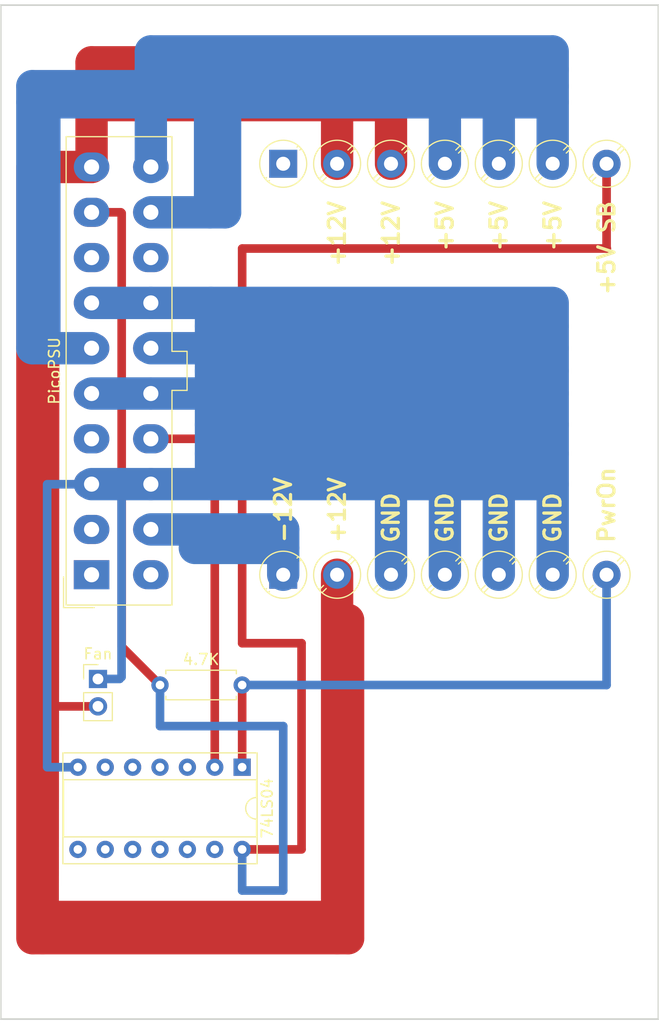
<source format=kicad_pcb>
(kicad_pcb (version 20171130) (host pcbnew "(5.0.0-3-g5ebb6b6)")

  (general
    (thickness 1.6)
    (drawings 17)
    (tracks 95)
    (zones 0)
    (modules 10)
    (nets 1)
  )

  (page A4)
  (layers
    (0 F.Cu signal)
    (31 B.Cu signal)
    (32 B.Adhes user)
    (33 F.Adhes user)
    (34 B.Paste user)
    (35 F.Paste user)
    (36 B.SilkS user)
    (37 F.SilkS user)
    (38 B.Mask user)
    (39 F.Mask user)
    (40 Dwgs.User user)
    (41 Cmts.User user)
    (42 Eco1.User user)
    (43 Eco2.User user)
    (44 Edge.Cuts user)
    (45 Margin user)
    (46 B.CrtYd user)
    (47 F.CrtYd user)
    (48 B.Fab user)
    (49 F.Fab user)
  )

  (setup
    (last_trace_width 0.25)
    (trace_clearance 0.2)
    (zone_clearance 0.508)
    (zone_45_only no)
    (trace_min 0.2)
    (segment_width 0.2)
    (edge_width 0.15)
    (via_size 0.8)
    (via_drill 0.4)
    (via_min_size 0.4)
    (via_min_drill 0.3)
    (uvia_size 0.3)
    (uvia_drill 0.1)
    (uvias_allowed no)
    (uvia_min_size 0.2)
    (uvia_min_drill 0.1)
    (pcb_text_width 0.3)
    (pcb_text_size 1.5 1.5)
    (mod_edge_width 0.15)
    (mod_text_size 1 1)
    (mod_text_width 0.15)
    (pad_size 1.524 1.524)
    (pad_drill 0.762)
    (pad_to_mask_clearance 0.2)
    (aux_axis_origin 0 0)
    (visible_elements FFFFFF7F)
    (pcbplotparams
      (layerselection 0x010ec_ffffffff)
      (usegerberextensions true)
      (usegerberattributes false)
      (usegerberadvancedattributes false)
      (creategerberjobfile false)
      (excludeedgelayer true)
      (linewidth 0.150000)
      (plotframeref false)
      (viasonmask false)
      (mode 1)
      (useauxorigin false)
      (hpglpennumber 1)
      (hpglpenspeed 20)
      (hpglpendiameter 15.000000)
      (psnegative false)
      (psa4output false)
      (plotreference true)
      (plotvalue true)
      (plotinvisibletext false)
      (padsonsilk false)
      (subtractmaskfromsilk false)
      (outputformat 1)
      (mirror false)
      (drillshape 0)
      (scaleselection 1)
      (outputdirectory "../Desktop/untitled folder/"))
  )

  (net 0 "")

  (net_class Default "This is the default net class."
    (clearance 0.2)
    (trace_width 0.25)
    (via_dia 0.8)
    (via_drill 0.4)
    (uvia_dia 0.3)
    (uvia_drill 0.1)
  )

  (module MountingHole:MountingHole_2.7mm (layer F.Cu) (tedit 5BB664A1) (tstamp 5BC28AE0)
    (at 54 52.5)
    (descr "Mounting Hole 2.7mm, no annular")
    (tags "mounting hole 2.7mm no annular")
    (attr virtual)
    (fp_text reference REF** (at 0 -3.7) (layer F.SilkS) hide
      (effects (font (size 1 1) (thickness 0.15)))
    )
    (fp_text value MountingHole_2.7mm (at 0 3.7) (layer F.Fab) hide
      (effects (font (size 1 1) (thickness 0.15)))
    )
    (fp_text user %R (at 0.3 0) (layer F.Fab) hide
      (effects (font (size 1 1) (thickness 0.15)))
    )
    (fp_circle (center 0 0) (end 2.7 0) (layer Cmts.User) (width 0.15))
    (fp_circle (center 0 0) (end 2.95 0) (layer F.CrtYd) (width 0.05))
    (pad 1 np_thru_hole circle (at 0 0) (size 2.7 2.7) (drill 2.7) (layers *.Cu *.Mask))
  )

  (module MountingHole:MountingHole_2.7mm (layer F.Cu) (tedit 5BB664A1) (tstamp 5BC28A7D)
    (at 54 141.5)
    (descr "Mounting Hole 2.7mm, no annular")
    (tags "mounting hole 2.7mm no annular")
    (attr virtual)
    (fp_text reference REF** (at 0 -3.7) (layer F.SilkS) hide
      (effects (font (size 1 1) (thickness 0.15)))
    )
    (fp_text value MountingHole_2.7mm (at 0 3.7) (layer F.Fab) hide
      (effects (font (size 1 1) (thickness 0.15)))
    )
    (fp_circle (center 0 0) (end 2.95 0) (layer F.CrtYd) (width 0.05))
    (fp_circle (center 0 0) (end 2.7 0) (layer Cmts.User) (width 0.15))
    (fp_text user %R (at 0.3 0) (layer F.Fab) hide
      (effects (font (size 1 1) (thickness 0.15)))
    )
    (pad 1 np_thru_hole circle (at 0 0) (size 2.7 2.7) (drill 2.7) (layers *.Cu *.Mask))
  )

  (module MountingHole:MountingHole_2.7mm (layer F.Cu) (tedit 5BB664A1) (tstamp 5BC28967)
    (at 108 141.5)
    (descr "Mounting Hole 2.7mm, no annular")
    (tags "mounting hole 2.7mm no annular")
    (attr virtual)
    (fp_text reference REF** (at 0 -3.7) (layer F.SilkS) hide
      (effects (font (size 1 1) (thickness 0.15)))
    )
    (fp_text value MountingHole_2.7mm (at 0 3.7) (layer F.Fab) hide
      (effects (font (size 1 1) (thickness 0.15)))
    )
    (fp_text user %R (at 0.3 0) (layer F.Fab) hide
      (effects (font (size 1 1) (thickness 0.15)))
    )
    (fp_circle (center 0 0) (end 2.7 0) (layer Cmts.User) (width 0.15))
    (fp_circle (center 0 0) (end 2.95 0) (layer F.CrtYd) (width 0.05))
    (pad 1 np_thru_hole circle (at 0 0) (size 2.7 2.7) (drill 2.7) (layers *.Cu *.Mask))
  )

  (module TerminalBlock_Phoenix:TerminalBlock_Phoenix_PT-1,5-7-5.0-H_1x07_P5.00mm_Matt (layer F.Cu) (tedit 5BB2E068) (tstamp 5BD649C8)
    (at 76.2 102.8065)
    (descr "Terminal Block Phoenix PT-1,5-7-5.0-H, 7 pins, pitch 5mm, size 35x9mm^2, drill diamater 1.3mm, pad diameter 2.6mm, see http://www.mouser.com/ds/2/324/ItemDetail_1935161-922578.pdf, script-generated using https://github.com/pointhi/kicad-footprint-generator/scripts/TerminalBlock_Phoenix")
    (tags "THT Terminal Block Phoenix PT-1,5-7-5.0-H pitch 5mm size 35x9mm^2 drill 1.3mm pad 2.6mm")
    (fp_text reference REF** (at 15 -5.06) (layer F.SilkS) hide
      (effects (font (size 1 1) (thickness 0.15)))
    )
    (fp_text value TerminalBlock_Phoenix_PT-1,5-7-5.0-H_1x07_P5.00mm_Matt (at 15 5.06) (layer B.Fab) hide
      (effects (font (size 1 1) (thickness 0.15)) (justify mirror))
    )
    (fp_circle (center 0 0) (end 2 0) (layer F.Fab) (width 0.1))
    (fp_circle (center 0 0) (end 2.18 0) (layer F.SilkS) (width 0.12))
    (fp_circle (center 5 0) (end 7 0) (layer F.Fab) (width 0.1))
    (fp_circle (center 5 0) (end 7.18 0) (layer F.SilkS) (width 0.12))
    (fp_circle (center 10 0) (end 12 0) (layer F.Fab) (width 0.1))
    (fp_circle (center 10 0) (end 12.18 0) (layer F.SilkS) (width 0.12))
    (fp_circle (center 15 0) (end 17 0) (layer F.Fab) (width 0.1))
    (fp_circle (center 15 0) (end 17.18 0) (layer F.SilkS) (width 0.12))
    (fp_circle (center 20 0) (end 22 0) (layer F.Fab) (width 0.1))
    (fp_circle (center 20 0) (end 22.18 0) (layer F.SilkS) (width 0.12))
    (fp_circle (center 25 0) (end 27 0) (layer F.Fab) (width 0.1))
    (fp_circle (center 25 0) (end 27.18 0) (layer F.SilkS) (width 0.12))
    (fp_circle (center 30 0) (end 32 0) (layer F.Fab) (width 0.1))
    (fp_circle (center 30 0) (end 32.18 0) (layer F.SilkS) (width 0.12))
    (fp_line (start 1.517 -1.273) (end -1.273 1.517) (layer F.Fab) (width 0.1))
    (fp_line (start 1.273 -1.517) (end -1.517 1.273) (layer F.Fab) (width 0.1))
    (fp_line (start 1.654 -1.388) (end 1.547 -1.281) (layer F.SilkS) (width 0.12))
    (fp_line (start -1.282 1.547) (end -1.388 1.654) (layer F.SilkS) (width 0.12))
    (fp_line (start 1.388 -1.654) (end 1.281 -1.547) (layer F.SilkS) (width 0.12))
    (fp_line (start -1.548 1.281) (end -1.654 1.388) (layer F.SilkS) (width 0.12))
    (fp_line (start 6.517 -1.273) (end 3.728 1.517) (layer F.Fab) (width 0.1))
    (fp_line (start 6.273 -1.517) (end 3.484 1.273) (layer F.Fab) (width 0.1))
    (fp_line (start 6.654 -1.388) (end 6.259 -0.992) (layer F.SilkS) (width 0.12))
    (fp_line (start 3.993 1.274) (end 3.613 1.654) (layer F.SilkS) (width 0.12))
    (fp_line (start 6.388 -1.654) (end 6.008 -1.274) (layer F.SilkS) (width 0.12))
    (fp_line (start 3.742 0.992) (end 3.347 1.388) (layer F.SilkS) (width 0.12))
    (fp_line (start 11.517 -1.273) (end 8.728 1.517) (layer F.Fab) (width 0.1))
    (fp_line (start 11.273 -1.517) (end 8.484 1.273) (layer F.Fab) (width 0.1))
    (fp_line (start 11.654 -1.388) (end 11.259 -0.992) (layer F.SilkS) (width 0.12))
    (fp_line (start 8.993 1.274) (end 8.613 1.654) (layer F.SilkS) (width 0.12))
    (fp_line (start 11.388 -1.654) (end 11.008 -1.274) (layer F.SilkS) (width 0.12))
    (fp_line (start 8.742 0.992) (end 8.347 1.388) (layer F.SilkS) (width 0.12))
    (fp_line (start 16.517 -1.273) (end 13.728 1.517) (layer F.Fab) (width 0.1))
    (fp_line (start 16.273 -1.517) (end 13.484 1.273) (layer F.Fab) (width 0.1))
    (fp_line (start 16.654 -1.388) (end 16.259 -0.992) (layer F.SilkS) (width 0.12))
    (fp_line (start 13.993 1.274) (end 13.613 1.654) (layer F.SilkS) (width 0.12))
    (fp_line (start 16.388 -1.654) (end 16.008 -1.274) (layer F.SilkS) (width 0.12))
    (fp_line (start 13.742 0.992) (end 13.347 1.388) (layer F.SilkS) (width 0.12))
    (fp_line (start 21.517 -1.273) (end 18.728 1.517) (layer F.Fab) (width 0.1))
    (fp_line (start 21.273 -1.517) (end 18.484 1.273) (layer F.Fab) (width 0.1))
    (fp_line (start 21.654 -1.388) (end 21.259 -0.992) (layer F.SilkS) (width 0.12))
    (fp_line (start 18.993 1.274) (end 18.613 1.654) (layer F.SilkS) (width 0.12))
    (fp_line (start 21.388 -1.654) (end 21.008 -1.274) (layer F.SilkS) (width 0.12))
    (fp_line (start 18.742 0.992) (end 18.347 1.388) (layer F.SilkS) (width 0.12))
    (fp_line (start 26.517 -1.273) (end 23.728 1.517) (layer F.Fab) (width 0.1))
    (fp_line (start 26.273 -1.517) (end 23.484 1.273) (layer F.Fab) (width 0.1))
    (fp_line (start 26.654 -1.388) (end 26.259 -0.992) (layer F.SilkS) (width 0.12))
    (fp_line (start 23.993 1.274) (end 23.613 1.654) (layer F.SilkS) (width 0.12))
    (fp_line (start 26.388 -1.654) (end 26.008 -1.274) (layer F.SilkS) (width 0.12))
    (fp_line (start 23.742 0.992) (end 23.347 1.388) (layer F.SilkS) (width 0.12))
    (fp_line (start 31.517 -1.273) (end 28.728 1.517) (layer F.Fab) (width 0.1))
    (fp_line (start 31.273 -1.517) (end 28.484 1.273) (layer F.Fab) (width 0.1))
    (fp_line (start 31.654 -1.388) (end 31.259 -0.992) (layer F.SilkS) (width 0.12))
    (fp_line (start 28.993 1.274) (end 28.613 1.654) (layer F.SilkS) (width 0.12))
    (fp_line (start 31.388 -1.654) (end 31.008 -1.274) (layer F.SilkS) (width 0.12))
    (fp_line (start 28.742 0.992) (end 28.347 1.388) (layer F.SilkS) (width 0.12))
    (fp_line (start -3 -4.5) (end -3 4.5) (layer F.CrtYd) (width 0.05))
    (fp_line (start -3 4.5) (end 33 4.5) (layer F.CrtYd) (width 0.05))
    (fp_line (start 33 4.5) (end 33 -4.5) (layer F.CrtYd) (width 0.05))
    (fp_line (start 33 -4.5) (end -3 -4.5) (layer F.CrtYd) (width 0.05))
    (fp_text user %R (at 15 2.9) (layer F.Fab) hide
      (effects (font (size 1 1) (thickness 0.15)))
    )
    (pad 1 thru_hole rect (at 0 0) (size 2.6 2.6) (drill 1.3) (layers *.Cu *.Mask))
    (pad 2 thru_hole circle (at 5 0) (size 2.6 2.6) (drill 1.3) (layers *.Cu *.Mask))
    (pad 3 thru_hole circle (at 10 0) (size 2.6 2.6) (drill 1.3) (layers *.Cu *.Mask))
    (pad 4 thru_hole circle (at 15 0) (size 2.6 2.6) (drill 1.3) (layers *.Cu *.Mask))
    (pad 5 thru_hole circle (at 20 0) (size 2.6 2.6) (drill 1.3) (layers *.Cu *.Mask))
    (pad 6 thru_hole circle (at 25 0) (size 2.6 2.6) (drill 1.3) (layers *.Cu *.Mask))
    (pad 7 thru_hole circle (at 30 0) (size 2.6 2.6) (drill 1.3) (layers *.Cu *.Mask))
    (model ${KISYS3DMOD}/TerminalBlock_Phoenix.3dshapes/TerminalBlock_Phoenix_PT-1,5-7-5.0-H_1x07_P5.00mm_Horizontal.wrl
      (at (xyz 0 0 0))
      (scale (xyz 1 1 1))
      (rotate (xyz 0 0 0))
    )
  )

  (module Connector_Molex:Molex_Mini-Fit_Jr_5566-20A_2x10_P4.20mm_Vertical (layer F.Cu) (tedit 5BB2D405) (tstamp 5BBEFB1B)
    (at 58.42 102.8065 90)
    (descr "Molex Mini-Fit Jr. Power Connectors, old mpn/engineering number: 5566-20A, example for new mpn: 39-28-x20x, 10 Pins per row, Mounting:  (http://www.molex.com/pdm_docs/sd/039281043_sd.pdf), generated with kicad-footprint-generator")
    (tags "connector Molex Mini-Fit_Jr side entry")
    (fp_text reference PicoPSU (at 18.9 -3.45 90) (layer F.SilkS)
      (effects (font (size 1 1) (thickness 0.15)))
    )
    (fp_text value Molex_Mini-Fit_Jr_5566-20A_2x10_P4.20mm_Vertical (at 18.9 9.95 90) (layer F.Fab) hide
      (effects (font (size 1 1) (thickness 0.15)))
    )
    (fp_text user %R (at 18.9 -1.55 90) (layer F.Fab)
      (effects (font (size 1 1) (thickness 0.15)))
    )
    (fp_line (start 41 -2.75) (end -3.2 -2.75) (layer F.CrtYd) (width 0.05))
    (fp_line (start 41 9.25) (end 41 -2.75) (layer F.CrtYd) (width 0.05))
    (fp_line (start -3.2 9.25) (end 41 9.25) (layer F.CrtYd) (width 0.05))
    (fp_line (start -3.2 -2.75) (end -3.2 9.25) (layer F.CrtYd) (width 0.05))
    (fp_line (start -3.05 -2.6) (end -3.05 0.25) (layer F.Fab) (width 0.1))
    (fp_line (start -0.2 -2.6) (end -3.05 -2.6) (layer F.Fab) (width 0.1))
    (fp_line (start -3.05 -2.6) (end -3.05 0.25) (layer F.SilkS) (width 0.12))
    (fp_line (start -0.2 -2.6) (end -3.05 -2.6) (layer F.SilkS) (width 0.12))
    (fp_line (start 20.71 8.86) (end 18.9 8.86) (layer F.SilkS) (width 0.12))
    (fp_line (start 20.71 7.46) (end 20.71 8.86) (layer F.SilkS) (width 0.12))
    (fp_line (start 40.61 7.46) (end 20.71 7.46) (layer F.SilkS) (width 0.12))
    (fp_line (start 40.61 -2.36) (end 40.61 7.46) (layer F.SilkS) (width 0.12))
    (fp_line (start 18.9 -2.36) (end 40.61 -2.36) (layer F.SilkS) (width 0.12))
    (fp_line (start 17.09 8.86) (end 18.9 8.86) (layer F.SilkS) (width 0.12))
    (fp_line (start 17.09 7.46) (end 17.09 8.86) (layer F.SilkS) (width 0.12))
    (fp_line (start -2.81 7.46) (end 17.09 7.46) (layer F.SilkS) (width 0.12))
    (fp_line (start -2.81 -2.36) (end -2.81 7.46) (layer F.SilkS) (width 0.12))
    (fp_line (start 18.9 -2.36) (end -2.81 -2.36) (layer F.SilkS) (width 0.12))
    (fp_line (start 39.45 2.3) (end 36.15 2.3) (layer F.Fab) (width 0.1))
    (fp_line (start 39.45 -0.175) (end 39.45 2.3) (layer F.Fab) (width 0.1))
    (fp_line (start 38.625 -1) (end 39.45 -0.175) (layer F.Fab) (width 0.1))
    (fp_line (start 36.975 -1) (end 38.625 -1) (layer F.Fab) (width 0.1))
    (fp_line (start 36.15 -0.175) (end 36.975 -1) (layer F.Fab) (width 0.1))
    (fp_line (start 36.15 2.3) (end 36.15 -0.175) (layer F.Fab) (width 0.1))
    (fp_line (start 39.45 3.2) (end 36.15 3.2) (layer F.Fab) (width 0.1))
    (fp_line (start 39.45 6.5) (end 39.45 3.2) (layer F.Fab) (width 0.1))
    (fp_line (start 36.15 6.5) (end 39.45 6.5) (layer F.Fab) (width 0.1))
    (fp_line (start 36.15 3.2) (end 36.15 6.5) (layer F.Fab) (width 0.1))
    (fp_line (start 35.25 6.5) (end 31.95 6.5) (layer F.Fab) (width 0.1))
    (fp_line (start 35.25 4.025) (end 35.25 6.5) (layer F.Fab) (width 0.1))
    (fp_line (start 34.425 3.2) (end 35.25 4.025) (layer F.Fab) (width 0.1))
    (fp_line (start 32.775 3.2) (end 34.425 3.2) (layer F.Fab) (width 0.1))
    (fp_line (start 31.95 4.025) (end 32.775 3.2) (layer F.Fab) (width 0.1))
    (fp_line (start 31.95 6.5) (end 31.95 4.025) (layer F.Fab) (width 0.1))
    (fp_line (start 35.25 -1) (end 31.95 -1) (layer F.Fab) (width 0.1))
    (fp_line (start 35.25 2.3) (end 35.25 -1) (layer F.Fab) (width 0.1))
    (fp_line (start 31.95 2.3) (end 35.25 2.3) (layer F.Fab) (width 0.1))
    (fp_line (start 31.95 -1) (end 31.95 2.3) (layer F.Fab) (width 0.1))
    (fp_line (start 31.05 6.5) (end 27.75 6.5) (layer F.Fab) (width 0.1))
    (fp_line (start 31.05 4.025) (end 31.05 6.5) (layer F.Fab) (width 0.1))
    (fp_line (start 30.225 3.2) (end 31.05 4.025) (layer F.Fab) (width 0.1))
    (fp_line (start 28.575 3.2) (end 30.225 3.2) (layer F.Fab) (width 0.1))
    (fp_line (start 27.75 4.025) (end 28.575 3.2) (layer F.Fab) (width 0.1))
    (fp_line (start 27.75 6.5) (end 27.75 4.025) (layer F.Fab) (width 0.1))
    (fp_line (start 31.05 -1) (end 27.75 -1) (layer F.Fab) (width 0.1))
    (fp_line (start 31.05 2.3) (end 31.05 -1) (layer F.Fab) (width 0.1))
    (fp_line (start 27.75 2.3) (end 31.05 2.3) (layer F.Fab) (width 0.1))
    (fp_line (start 27.75 -1) (end 27.75 2.3) (layer F.Fab) (width 0.1))
    (fp_line (start 26.85 2.3) (end 23.55 2.3) (layer F.Fab) (width 0.1))
    (fp_line (start 26.85 -0.175) (end 26.85 2.3) (layer F.Fab) (width 0.1))
    (fp_line (start 26.025 -1) (end 26.85 -0.175) (layer F.Fab) (width 0.1))
    (fp_line (start 24.375 -1) (end 26.025 -1) (layer F.Fab) (width 0.1))
    (fp_line (start 23.55 -0.175) (end 24.375 -1) (layer F.Fab) (width 0.1))
    (fp_line (start 23.55 2.3) (end 23.55 -0.175) (layer F.Fab) (width 0.1))
    (fp_line (start 26.85 3.2) (end 23.55 3.2) (layer F.Fab) (width 0.1))
    (fp_line (start 26.85 6.5) (end 26.85 3.2) (layer F.Fab) (width 0.1))
    (fp_line (start 23.55 6.5) (end 26.85 6.5) (layer F.Fab) (width 0.1))
    (fp_line (start 23.55 3.2) (end 23.55 6.5) (layer F.Fab) (width 0.1))
    (fp_line (start 22.65 2.3) (end 19.35 2.3) (layer F.Fab) (width 0.1))
    (fp_line (start 22.65 -0.175) (end 22.65 2.3) (layer F.Fab) (width 0.1))
    (fp_line (start 21.825 -1) (end 22.65 -0.175) (layer F.Fab) (width 0.1))
    (fp_line (start 20.175 -1) (end 21.825 -1) (layer F.Fab) (width 0.1))
    (fp_line (start 19.35 -0.175) (end 20.175 -1) (layer F.Fab) (width 0.1))
    (fp_line (start 19.35 2.3) (end 19.35 -0.175) (layer F.Fab) (width 0.1))
    (fp_line (start 22.65 3.2) (end 19.35 3.2) (layer F.Fab) (width 0.1))
    (fp_line (start 22.65 6.5) (end 22.65 3.2) (layer F.Fab) (width 0.1))
    (fp_line (start 19.35 6.5) (end 22.65 6.5) (layer F.Fab) (width 0.1))
    (fp_line (start 19.35 3.2) (end 19.35 6.5) (layer F.Fab) (width 0.1))
    (fp_line (start 18.45 6.5) (end 15.15 6.5) (layer F.Fab) (width 0.1))
    (fp_line (start 18.45 4.025) (end 18.45 6.5) (layer F.Fab) (width 0.1))
    (fp_line (start 17.625 3.2) (end 18.45 4.025) (layer F.Fab) (width 0.1))
    (fp_line (start 15.975 3.2) (end 17.625 3.2) (layer F.Fab) (width 0.1))
    (fp_line (start 15.15 4.025) (end 15.975 3.2) (layer F.Fab) (width 0.1))
    (fp_line (start 15.15 6.5) (end 15.15 4.025) (layer F.Fab) (width 0.1))
    (fp_line (start 18.45 -1) (end 15.15 -1) (layer F.Fab) (width 0.1))
    (fp_line (start 18.45 2.3) (end 18.45 -1) (layer F.Fab) (width 0.1))
    (fp_line (start 15.15 2.3) (end 18.45 2.3) (layer F.Fab) (width 0.1))
    (fp_line (start 15.15 -1) (end 15.15 2.3) (layer F.Fab) (width 0.1))
    (fp_line (start 14.25 6.5) (end 10.95 6.5) (layer F.Fab) (width 0.1))
    (fp_line (start 14.25 4.025) (end 14.25 6.5) (layer F.Fab) (width 0.1))
    (fp_line (start 13.425 3.2) (end 14.25 4.025) (layer F.Fab) (width 0.1))
    (fp_line (start 11.775 3.2) (end 13.425 3.2) (layer F.Fab) (width 0.1))
    (fp_line (start 10.95 4.025) (end 11.775 3.2) (layer F.Fab) (width 0.1))
    (fp_line (start 10.95 6.5) (end 10.95 4.025) (layer F.Fab) (width 0.1))
    (fp_line (start 14.25 -1) (end 10.95 -1) (layer F.Fab) (width 0.1))
    (fp_line (start 14.25 2.3) (end 14.25 -1) (layer F.Fab) (width 0.1))
    (fp_line (start 10.95 2.3) (end 14.25 2.3) (layer F.Fab) (width 0.1))
    (fp_line (start 10.95 -1) (end 10.95 2.3) (layer F.Fab) (width 0.1))
    (fp_line (start 10.05 2.3) (end 6.75 2.3) (layer F.Fab) (width 0.1))
    (fp_line (start 10.05 -0.175) (end 10.05 2.3) (layer F.Fab) (width 0.1))
    (fp_line (start 9.225 -1) (end 10.05 -0.175) (layer F.Fab) (width 0.1))
    (fp_line (start 7.575 -1) (end 9.225 -1) (layer F.Fab) (width 0.1))
    (fp_line (start 6.75 -0.175) (end 7.575 -1) (layer F.Fab) (width 0.1))
    (fp_line (start 6.75 2.3) (end 6.75 -0.175) (layer F.Fab) (width 0.1))
    (fp_line (start 10.05 3.2) (end 6.75 3.2) (layer F.Fab) (width 0.1))
    (fp_line (start 10.05 6.5) (end 10.05 3.2) (layer F.Fab) (width 0.1))
    (fp_line (start 6.75 6.5) (end 10.05 6.5) (layer F.Fab) (width 0.1))
    (fp_line (start 6.75 3.2) (end 6.75 6.5) (layer F.Fab) (width 0.1))
    (fp_line (start 5.85 2.3) (end 2.55 2.3) (layer F.Fab) (width 0.1))
    (fp_line (start 5.85 -0.175) (end 5.85 2.3) (layer F.Fab) (width 0.1))
    (fp_line (start 5.025 -1) (end 5.85 -0.175) (layer F.Fab) (width 0.1))
    (fp_line (start 3.375 -1) (end 5.025 -1) (layer F.Fab) (width 0.1))
    (fp_line (start 2.55 -0.175) (end 3.375 -1) (layer F.Fab) (width 0.1))
    (fp_line (start 2.55 2.3) (end 2.55 -0.175) (layer F.Fab) (width 0.1))
    (fp_line (start 5.85 3.2) (end 2.55 3.2) (layer F.Fab) (width 0.1))
    (fp_line (start 5.85 6.5) (end 5.85 3.2) (layer F.Fab) (width 0.1))
    (fp_line (start 2.55 6.5) (end 5.85 6.5) (layer F.Fab) (width 0.1))
    (fp_line (start 2.55 3.2) (end 2.55 6.5) (layer F.Fab) (width 0.1))
    (fp_line (start 1.65 6.5) (end -1.65 6.5) (layer F.Fab) (width 0.1))
    (fp_line (start 1.65 4.025) (end 1.65 6.5) (layer F.Fab) (width 0.1))
    (fp_line (start 0.825 3.2) (end 1.65 4.025) (layer F.Fab) (width 0.1))
    (fp_line (start -0.825 3.2) (end 0.825 3.2) (layer F.Fab) (width 0.1))
    (fp_line (start -1.65 4.025) (end -0.825 3.2) (layer F.Fab) (width 0.1))
    (fp_line (start -1.65 6.5) (end -1.65 4.025) (layer F.Fab) (width 0.1))
    (fp_line (start 1.65 -1) (end -1.65 -1) (layer F.Fab) (width 0.1))
    (fp_line (start 1.65 2.3) (end 1.65 -1) (layer F.Fab) (width 0.1))
    (fp_line (start -1.65 2.3) (end 1.65 2.3) (layer F.Fab) (width 0.1))
    (fp_line (start -1.65 -1) (end -1.65 2.3) (layer F.Fab) (width 0.1))
    (fp_line (start 20.6 8.75) (end 20.6 7.35) (layer F.Fab) (width 0.1))
    (fp_line (start 17.2 8.75) (end 20.6 8.75) (layer F.Fab) (width 0.1))
    (fp_line (start 17.2 7.35) (end 17.2 8.75) (layer F.Fab) (width 0.1))
    (fp_line (start 40.5 -2.25) (end -2.7 -2.25) (layer F.Fab) (width 0.1))
    (fp_line (start 40.5 7.35) (end 40.5 -2.25) (layer F.Fab) (width 0.1))
    (fp_line (start -2.7 7.35) (end 40.5 7.35) (layer F.Fab) (width 0.1))
    (fp_line (start -2.7 -2.25) (end -2.7 7.35) (layer F.Fab) (width 0.1))
    (pad 20 thru_hole oval (at 37.8 5.5 90) (size 2.7 3.3) (drill 1.4) (layers *.Cu *.Mask))
    (pad 19 thru_hole oval (at 33.6 5.5 90) (size 2.7 3.3) (drill 1.4) (layers *.Cu *.Mask))
    (pad 18 thru_hole oval (at 29.4 5.5 90) (size 2.7 3.3) (drill 1.4) (layers *.Cu *.Mask))
    (pad 17 thru_hole oval (at 25.2 5.5 90) (size 2.7 3.3) (drill 1.4) (layers *.Cu *.Mask))
    (pad 16 thru_hole oval (at 21 5.5 90) (size 2.7 3.3) (drill 1.4) (layers *.Cu *.Mask))
    (pad 15 thru_hole oval (at 16.8 5.5 90) (size 2.7 3.3) (drill 1.4) (layers *.Cu *.Mask))
    (pad 14 thru_hole oval (at 12.6 5.5 90) (size 2.7 3.3) (drill 1.4) (layers *.Cu *.Mask))
    (pad 13 thru_hole oval (at 8.4 5.5 90) (size 2.7 3.3) (drill 1.4) (layers *.Cu *.Mask))
    (pad 12 thru_hole oval (at 4.2 5.5 90) (size 2.7 3.3) (drill 1.4) (layers *.Cu *.Mask))
    (pad 11 thru_hole oval (at 0 5.5 90) (size 2.7 3.3) (drill 1.4) (layers *.Cu *.Mask))
    (pad 10 thru_hole oval (at 37.8 0 90) (size 2.7 3.3) (drill 1.4) (layers *.Cu *.Mask))
    (pad 9 thru_hole oval (at 33.6 0 90) (size 2.7 3.3) (drill 1.4) (layers *.Cu *.Mask))
    (pad 8 thru_hole oval (at 29.4 0 90) (size 2.7 3.3) (drill 1.4) (layers *.Cu *.Mask))
    (pad 7 thru_hole oval (at 25.2 0 90) (size 2.7 3.3) (drill 1.4) (layers *.Cu *.Mask))
    (pad 6 thru_hole oval (at 21 0 90) (size 2.7 3.3) (drill 1.4) (layers *.Cu *.Mask))
    (pad 5 thru_hole oval (at 16.8 0 90) (size 2.7 3.3) (drill 1.4) (layers *.Cu *.Mask))
    (pad 4 thru_hole oval (at 12.6 0 90) (size 2.7 3.3) (drill 1.4) (layers *.Cu *.Mask))
    (pad 3 thru_hole oval (at 8.4 0 90) (size 2.7 3.3) (drill 1.4) (layers *.Cu *.Mask))
    (pad 2 thru_hole oval (at 4.2 0 90) (size 2.7 3.3) (drill 1.4) (layers *.Cu *.Mask))
    (pad 1 thru_hole rect (at 0 0 90) (size 2.7 3.3) (drill 1.4) (layers *.Cu *.Mask))
    (model ${KISYS3DMOD}/Connector_Molex.3dshapes/Molex_Mini-Fit_Jr_5566-20A_2x10_P4.20mm_Vertical.wrl
      (at (xyz 0 0 0))
      (scale (xyz 1 1 1))
      (rotate (xyz 0 0 0))
    )
  )

  (module Package_DIP:DIP-14_W7.62mm_Socket (layer F.Cu) (tedit 5BB2D3FA) (tstamp 5BBF0D27)
    (at 72.39 120.65 270)
    (descr "14-lead though-hole mounted DIP package, row spacing 7.62 mm (300 mils), Socket")
    (tags "THT DIP DIL PDIP 2.54mm 7.62mm 300mil Socket")
    (fp_text reference 74LS04 (at 3.81 -2.33 270) (layer F.SilkS)
      (effects (font (size 1 1) (thickness 0.15)))
    )
    (fp_text value DIP-14_W7.62mm_Socket (at 3.81 17.57 270) (layer F.Fab) hide
      (effects (font (size 1 1) (thickness 0.15)))
    )
    (fp_text user 74LS04 (at 3.81 7.62) (layer F.Fab)
      (effects (font (size 1 1) (thickness 0.15)))
    )
    (fp_line (start 9.15 -1.6) (end -1.55 -1.6) (layer F.CrtYd) (width 0.05))
    (fp_line (start 9.15 16.85) (end 9.15 -1.6) (layer F.CrtYd) (width 0.05))
    (fp_line (start -1.55 16.85) (end 9.15 16.85) (layer F.CrtYd) (width 0.05))
    (fp_line (start -1.55 -1.6) (end -1.55 16.85) (layer F.CrtYd) (width 0.05))
    (fp_line (start 8.95 -1.39) (end -1.33 -1.39) (layer F.SilkS) (width 0.12))
    (fp_line (start 8.95 16.63) (end 8.95 -1.39) (layer F.SilkS) (width 0.12))
    (fp_line (start -1.33 16.63) (end 8.95 16.63) (layer F.SilkS) (width 0.12))
    (fp_line (start -1.33 -1.39) (end -1.33 16.63) (layer F.SilkS) (width 0.12))
    (fp_line (start 6.46 -1.33) (end 4.81 -1.33) (layer F.SilkS) (width 0.12))
    (fp_line (start 6.46 16.57) (end 6.46 -1.33) (layer F.SilkS) (width 0.12))
    (fp_line (start 1.16 16.57) (end 6.46 16.57) (layer F.SilkS) (width 0.12))
    (fp_line (start 1.16 -1.33) (end 1.16 16.57) (layer F.SilkS) (width 0.12))
    (fp_line (start 2.81 -1.33) (end 1.16 -1.33) (layer F.SilkS) (width 0.12))
    (fp_line (start 8.89 -1.33) (end -1.27 -1.33) (layer F.Fab) (width 0.1))
    (fp_line (start 8.89 16.57) (end 8.89 -1.33) (layer F.Fab) (width 0.1))
    (fp_line (start -1.27 16.57) (end 8.89 16.57) (layer F.Fab) (width 0.1))
    (fp_line (start -1.27 -1.33) (end -1.27 16.57) (layer F.Fab) (width 0.1))
    (fp_line (start 0.635 -0.27) (end 1.635 -1.27) (layer F.Fab) (width 0.1))
    (fp_line (start 0.635 16.51) (end 0.635 -0.27) (layer F.Fab) (width 0.1))
    (fp_line (start 6.985 16.51) (end 0.635 16.51) (layer F.Fab) (width 0.1))
    (fp_line (start 6.985 -1.27) (end 6.985 16.51) (layer F.Fab) (width 0.1))
    (fp_line (start 1.635 -1.27) (end 6.985 -1.27) (layer F.Fab) (width 0.1))
    (fp_arc (start 3.81 -1.33) (end 2.81 -1.33) (angle -180) (layer F.SilkS) (width 0.12))
    (pad 14 thru_hole oval (at 7.62 0 270) (size 1.6 1.6) (drill 0.8) (layers *.Cu *.Mask))
    (pad 7 thru_hole oval (at 0 15.24 270) (size 1.6 1.6) (drill 0.8) (layers *.Cu *.Mask))
    (pad 13 thru_hole oval (at 7.62 2.54 270) (size 1.6 1.6) (drill 0.8) (layers *.Cu *.Mask))
    (pad 6 thru_hole oval (at 0 12.7 270) (size 1.6 1.6) (drill 0.8) (layers *.Cu *.Mask))
    (pad 12 thru_hole oval (at 7.62 5.08 270) (size 1.6 1.6) (drill 0.8) (layers *.Cu *.Mask))
    (pad 5 thru_hole oval (at 0 10.16 270) (size 1.6 1.6) (drill 0.8) (layers *.Cu *.Mask))
    (pad 11 thru_hole oval (at 7.62 7.62 270) (size 1.6 1.6) (drill 0.8) (layers *.Cu *.Mask))
    (pad 4 thru_hole oval (at 0 7.62 270) (size 1.6 1.6) (drill 0.8) (layers *.Cu *.Mask))
    (pad 10 thru_hole oval (at 7.62 10.16 270) (size 1.6 1.6) (drill 0.8) (layers *.Cu *.Mask))
    (pad 3 thru_hole oval (at 0 5.08 270) (size 1.6 1.6) (drill 0.8) (layers *.Cu *.Mask))
    (pad 9 thru_hole oval (at 7.62 12.7 270) (size 1.6 1.6) (drill 0.8) (layers *.Cu *.Mask))
    (pad 2 thru_hole oval (at 0 2.54 270) (size 1.6 1.6) (drill 0.8) (layers *.Cu *.Mask))
    (pad 8 thru_hole oval (at 7.62 15.24 270) (size 1.6 1.6) (drill 0.8) (layers *.Cu *.Mask))
    (pad 1 thru_hole rect (at 0 0 270) (size 1.6 1.6) (drill 0.8) (layers *.Cu *.Mask))
    (model ${KISYS3DMOD}/Package_DIP.3dshapes/DIP-14_W7.62mm_Socket.wrl
      (at (xyz 0 0 0))
      (scale (xyz 1 1 1))
      (rotate (xyz 0 0 0))
    )
  )

  (module Resistor_THT:R_Axial_DIN0207_L6.3mm_D2.5mm_P7.62mm_Horizontal (layer F.Cu) (tedit 5BB2D778) (tstamp 5BBF1E66)
    (at 64.77 113.03)
    (descr "Resistor, Axial_DIN0207 series, Axial, Horizontal, pin pitch=7.62mm, 0.25W = 1/4W, length*diameter=6.3*2.5mm^2, http://cdn-reichelt.de/documents/datenblatt/B400/1_4W%23YAG.pdf")
    (tags "Resistor Axial_DIN0207 series Axial Horizontal pin pitch 7.62mm 0.25W = 1/4W length 6.3mm diameter 2.5mm")
    (fp_text reference 4.7K (at 3.81 -2.37) (layer F.SilkS)
      (effects (font (size 1 1) (thickness 0.15)))
    )
    (fp_text value R_Axial_DIN0207_L6.3mm_D2.5mm_P7.62mm_Horizontal (at 3.81 2.37) (layer F.Fab) hide
      (effects (font (size 1 1) (thickness 0.15)))
    )
    (fp_text user %R (at 3.81 0) (layer F.Fab)
      (effects (font (size 1 1) (thickness 0.15)))
    )
    (fp_line (start 8.67 -1.5) (end -1.05 -1.5) (layer F.CrtYd) (width 0.05))
    (fp_line (start 8.67 1.5) (end 8.67 -1.5) (layer F.CrtYd) (width 0.05))
    (fp_line (start -1.05 1.5) (end 8.67 1.5) (layer F.CrtYd) (width 0.05))
    (fp_line (start -1.05 -1.5) (end -1.05 1.5) (layer F.CrtYd) (width 0.05))
    (fp_line (start 7.08 1.37) (end 7.08 1.04) (layer F.SilkS) (width 0.12))
    (fp_line (start 0.54 1.37) (end 7.08 1.37) (layer F.SilkS) (width 0.12))
    (fp_line (start 0.54 1.04) (end 0.54 1.37) (layer F.SilkS) (width 0.12))
    (fp_line (start 7.08 -1.37) (end 7.08 -1.04) (layer F.SilkS) (width 0.12))
    (fp_line (start 0.54 -1.37) (end 7.08 -1.37) (layer F.SilkS) (width 0.12))
    (fp_line (start 0.54 -1.04) (end 0.54 -1.37) (layer F.SilkS) (width 0.12))
    (fp_line (start 7.62 0) (end 6.96 0) (layer F.Fab) (width 0.1))
    (fp_line (start 0 0) (end 0.66 0) (layer F.Fab) (width 0.1))
    (fp_line (start 6.96 -1.25) (end 0.66 -1.25) (layer F.Fab) (width 0.1))
    (fp_line (start 6.96 1.25) (end 6.96 -1.25) (layer F.Fab) (width 0.1))
    (fp_line (start 0.66 1.25) (end 6.96 1.25) (layer F.Fab) (width 0.1))
    (fp_line (start 0.66 -1.25) (end 0.66 1.25) (layer F.Fab) (width 0.1))
    (pad 2 thru_hole oval (at 7.62 0) (size 1.6 1.6) (drill 0.8) (layers *.Cu *.Mask))
    (pad 1 thru_hole circle (at 0 0) (size 1.6 1.6) (drill 0.8) (layers *.Cu *.Mask))
    (model ${KISYS3DMOD}/Resistor_THT.3dshapes/R_Axial_DIN0207_L6.3mm_D2.5mm_P7.62mm_Horizontal.wrl
      (at (xyz 0 0 0))
      (scale (xyz 1 1 1))
      (rotate (xyz 0 0 0))
    )
  )

  (module Connector_PinHeader_2.54mm:PinHeader_1x02_P2.54mm_Vertical (layer F.Cu) (tedit 5BB2D75A) (tstamp 5BBF2C2C)
    (at 59.01436 112.46866)
    (descr "Through hole straight pin header, 1x02, 2.54mm pitch, single row")
    (tags "Through hole pin header THT 1x02 2.54mm single row")
    (fp_text reference Fan (at 0 -2.33) (layer F.SilkS)
      (effects (font (size 1 1) (thickness 0.15)))
    )
    (fp_text value PinHeader_1x02_P2.54mm_Vertical (at 0 4.87) (layer F.Fab) hide
      (effects (font (size 1 1) (thickness 0.15)))
    )
    (fp_text user %R (at 0 1.27 90) (layer F.Fab)
      (effects (font (size 1 1) (thickness 0.15)))
    )
    (fp_line (start 1.8 -1.8) (end -1.8 -1.8) (layer F.CrtYd) (width 0.05))
    (fp_line (start 1.8 4.35) (end 1.8 -1.8) (layer F.CrtYd) (width 0.05))
    (fp_line (start -1.8 4.35) (end 1.8 4.35) (layer F.CrtYd) (width 0.05))
    (fp_line (start -1.8 -1.8) (end -1.8 4.35) (layer F.CrtYd) (width 0.05))
    (fp_line (start -1.33 -1.33) (end 0 -1.33) (layer F.SilkS) (width 0.12))
    (fp_line (start -1.33 0) (end -1.33 -1.33) (layer F.SilkS) (width 0.12))
    (fp_line (start -1.33 1.27) (end 1.33 1.27) (layer F.SilkS) (width 0.12))
    (fp_line (start 1.33 1.27) (end 1.33 3.87) (layer F.SilkS) (width 0.12))
    (fp_line (start -1.33 1.27) (end -1.33 3.87) (layer F.SilkS) (width 0.12))
    (fp_line (start -1.33 3.87) (end 1.33 3.87) (layer F.SilkS) (width 0.12))
    (fp_line (start -1.27 -0.635) (end -0.635 -1.27) (layer F.Fab) (width 0.1))
    (fp_line (start -1.27 3.81) (end -1.27 -0.635) (layer F.Fab) (width 0.1))
    (fp_line (start 1.27 3.81) (end -1.27 3.81) (layer F.Fab) (width 0.1))
    (fp_line (start 1.27 -1.27) (end 1.27 3.81) (layer F.Fab) (width 0.1))
    (fp_line (start -0.635 -1.27) (end 1.27 -1.27) (layer F.Fab) (width 0.1))
    (pad 2 thru_hole oval (at 0 2.54) (size 1.7 1.7) (drill 1) (layers *.Cu *.Mask))
    (pad 1 thru_hole rect (at 0 0) (size 1.7 1.7) (drill 1) (layers *.Cu *.Mask))
    (model ${KISYS3DMOD}/Connector_PinHeader_2.54mm.3dshapes/PinHeader_1x02_P2.54mm_Vertical.wrl
      (at (xyz 0 0 0))
      (scale (xyz 1 1 1))
      (rotate (xyz 0 0 0))
    )
  )

  (module TerminalBlock_Phoenix:TerminalBlock_Phoenix_PT-1,5-7-5.0-H_1x07_P5.00mm_Matt (layer F.Cu) (tedit 5BB2E068) (tstamp 5BD64726)
    (at 76.2 64.7065)
    (descr "Terminal Block Phoenix PT-1,5-7-5.0-H, 7 pins, pitch 5mm, size 35x9mm^2, drill diamater 1.3mm, pad diameter 2.6mm, see http://www.mouser.com/ds/2/324/ItemDetail_1935161-922578.pdf, script-generated using https://github.com/pointhi/kicad-footprint-generator/scripts/TerminalBlock_Phoenix")
    (tags "THT Terminal Block Phoenix PT-1,5-7-5.0-H pitch 5mm size 35x9mm^2 drill 1.3mm pad 2.6mm")
    (fp_text reference REF** (at 15 -5.06) (layer F.SilkS) hide
      (effects (font (size 1 1) (thickness 0.15)))
    )
    (fp_text value TerminalBlock_Phoenix_PT-1,5-7-5.0-H_1x07_P5.00mm_Matt (at 15 5.06) (layer B.Fab) hide
      (effects (font (size 1 1) (thickness 0.15)) (justify mirror))
    )
    (fp_circle (center 0 0) (end 2 0) (layer F.Fab) (width 0.1))
    (fp_circle (center 0 0) (end 2.18 0) (layer F.SilkS) (width 0.12))
    (fp_circle (center 5 0) (end 7 0) (layer F.Fab) (width 0.1))
    (fp_circle (center 5 0) (end 7.18 0) (layer F.SilkS) (width 0.12))
    (fp_circle (center 10 0) (end 12 0) (layer F.Fab) (width 0.1))
    (fp_circle (center 10 0) (end 12.18 0) (layer F.SilkS) (width 0.12))
    (fp_circle (center 15 0) (end 17 0) (layer F.Fab) (width 0.1))
    (fp_circle (center 15 0) (end 17.18 0) (layer F.SilkS) (width 0.12))
    (fp_circle (center 20 0) (end 22 0) (layer F.Fab) (width 0.1))
    (fp_circle (center 20 0) (end 22.18 0) (layer F.SilkS) (width 0.12))
    (fp_circle (center 25 0) (end 27 0) (layer F.Fab) (width 0.1))
    (fp_circle (center 25 0) (end 27.18 0) (layer F.SilkS) (width 0.12))
    (fp_circle (center 30 0) (end 32 0) (layer F.Fab) (width 0.1))
    (fp_circle (center 30 0) (end 32.18 0) (layer F.SilkS) (width 0.12))
    (fp_line (start 1.517 -1.273) (end -1.273 1.517) (layer F.Fab) (width 0.1))
    (fp_line (start 1.273 -1.517) (end -1.517 1.273) (layer F.Fab) (width 0.1))
    (fp_line (start 1.654 -1.388) (end 1.547 -1.281) (layer F.SilkS) (width 0.12))
    (fp_line (start -1.282 1.547) (end -1.388 1.654) (layer F.SilkS) (width 0.12))
    (fp_line (start 1.388 -1.654) (end 1.281 -1.547) (layer F.SilkS) (width 0.12))
    (fp_line (start -1.548 1.281) (end -1.654 1.388) (layer F.SilkS) (width 0.12))
    (fp_line (start 6.517 -1.273) (end 3.728 1.517) (layer F.Fab) (width 0.1))
    (fp_line (start 6.273 -1.517) (end 3.484 1.273) (layer F.Fab) (width 0.1))
    (fp_line (start 6.654 -1.388) (end 6.259 -0.992) (layer F.SilkS) (width 0.12))
    (fp_line (start 3.993 1.274) (end 3.613 1.654) (layer F.SilkS) (width 0.12))
    (fp_line (start 6.388 -1.654) (end 6.008 -1.274) (layer F.SilkS) (width 0.12))
    (fp_line (start 3.742 0.992) (end 3.347 1.388) (layer F.SilkS) (width 0.12))
    (fp_line (start 11.517 -1.273) (end 8.728 1.517) (layer F.Fab) (width 0.1))
    (fp_line (start 11.273 -1.517) (end 8.484 1.273) (layer F.Fab) (width 0.1))
    (fp_line (start 11.654 -1.388) (end 11.259 -0.992) (layer F.SilkS) (width 0.12))
    (fp_line (start 8.993 1.274) (end 8.613 1.654) (layer F.SilkS) (width 0.12))
    (fp_line (start 11.388 -1.654) (end 11.008 -1.274) (layer F.SilkS) (width 0.12))
    (fp_line (start 8.742 0.992) (end 8.347 1.388) (layer F.SilkS) (width 0.12))
    (fp_line (start 16.517 -1.273) (end 13.728 1.517) (layer F.Fab) (width 0.1))
    (fp_line (start 16.273 -1.517) (end 13.484 1.273) (layer F.Fab) (width 0.1))
    (fp_line (start 16.654 -1.388) (end 16.259 -0.992) (layer F.SilkS) (width 0.12))
    (fp_line (start 13.993 1.274) (end 13.613 1.654) (layer F.SilkS) (width 0.12))
    (fp_line (start 16.388 -1.654) (end 16.008 -1.274) (layer F.SilkS) (width 0.12))
    (fp_line (start 13.742 0.992) (end 13.347 1.388) (layer F.SilkS) (width 0.12))
    (fp_line (start 21.517 -1.273) (end 18.728 1.517) (layer F.Fab) (width 0.1))
    (fp_line (start 21.273 -1.517) (end 18.484 1.273) (layer F.Fab) (width 0.1))
    (fp_line (start 21.654 -1.388) (end 21.259 -0.992) (layer F.SilkS) (width 0.12))
    (fp_line (start 18.993 1.274) (end 18.613 1.654) (layer F.SilkS) (width 0.12))
    (fp_line (start 21.388 -1.654) (end 21.008 -1.274) (layer F.SilkS) (width 0.12))
    (fp_line (start 18.742 0.992) (end 18.347 1.388) (layer F.SilkS) (width 0.12))
    (fp_line (start 26.517 -1.273) (end 23.728 1.517) (layer F.Fab) (width 0.1))
    (fp_line (start 26.273 -1.517) (end 23.484 1.273) (layer F.Fab) (width 0.1))
    (fp_line (start 26.654 -1.388) (end 26.259 -0.992) (layer F.SilkS) (width 0.12))
    (fp_line (start 23.993 1.274) (end 23.613 1.654) (layer F.SilkS) (width 0.12))
    (fp_line (start 26.388 -1.654) (end 26.008 -1.274) (layer F.SilkS) (width 0.12))
    (fp_line (start 23.742 0.992) (end 23.347 1.388) (layer F.SilkS) (width 0.12))
    (fp_line (start 31.517 -1.273) (end 28.728 1.517) (layer F.Fab) (width 0.1))
    (fp_line (start 31.273 -1.517) (end 28.484 1.273) (layer F.Fab) (width 0.1))
    (fp_line (start 31.654 -1.388) (end 31.259 -0.992) (layer F.SilkS) (width 0.12))
    (fp_line (start 28.993 1.274) (end 28.613 1.654) (layer F.SilkS) (width 0.12))
    (fp_line (start 31.388 -1.654) (end 31.008 -1.274) (layer F.SilkS) (width 0.12))
    (fp_line (start 28.742 0.992) (end 28.347 1.388) (layer F.SilkS) (width 0.12))
    (fp_line (start -3 -4.5) (end -3 4.5) (layer F.CrtYd) (width 0.05))
    (fp_line (start -3 4.5) (end 33 4.5) (layer F.CrtYd) (width 0.05))
    (fp_line (start 33 4.5) (end 33 -4.5) (layer F.CrtYd) (width 0.05))
    (fp_line (start 33 -4.5) (end -3 -4.5) (layer F.CrtYd) (width 0.05))
    (fp_text user %R (at 15 2.9) (layer F.Fab) hide
      (effects (font (size 1 1) (thickness 0.15)))
    )
    (pad 1 thru_hole rect (at 0 0) (size 2.6 2.6) (drill 1.3) (layers *.Cu *.Mask))
    (pad 2 thru_hole circle (at 5 0) (size 2.6 2.6) (drill 1.3) (layers *.Cu *.Mask))
    (pad 3 thru_hole circle (at 10 0) (size 2.6 2.6) (drill 1.3) (layers *.Cu *.Mask))
    (pad 4 thru_hole circle (at 15 0) (size 2.6 2.6) (drill 1.3) (layers *.Cu *.Mask))
    (pad 5 thru_hole circle (at 20 0) (size 2.6 2.6) (drill 1.3) (layers *.Cu *.Mask))
    (pad 6 thru_hole circle (at 25 0) (size 2.6 2.6) (drill 1.3) (layers *.Cu *.Mask))
    (pad 7 thru_hole circle (at 30 0) (size 2.6 2.6) (drill 1.3) (layers *.Cu *.Mask))
    (model ${KISYS3DMOD}/TerminalBlock_Phoenix.3dshapes/TerminalBlock_Phoenix_PT-1,5-7-5.0-H_1x07_P5.00mm_Horizontal.wrl
      (at (xyz 0 0 0))
      (scale (xyz 1 1 1))
      (rotate (xyz 0 0 0))
    )
  )

  (module MountingHole:MountingHole_2.7mm (layer F.Cu) (tedit 5BB664A1) (tstamp 5BC287A8)
    (at 108 52.5)
    (descr "Mounting Hole 2.7mm, no annular")
    (tags "mounting hole 2.7mm no annular")
    (attr virtual)
    (fp_text reference REF** (at 0 -3.7) (layer F.SilkS) hide
      (effects (font (size 1 1) (thickness 0.15)))
    )
    (fp_text value MountingHole_2.7mm (at 0 3.7) (layer F.Fab) hide
      (effects (font (size 1 1) (thickness 0.15)))
    )
    (fp_circle (center 0 0) (end 2.95 0) (layer F.CrtYd) (width 0.05))
    (fp_circle (center 0 0) (end 2.7 0) (layer Cmts.User) (width 0.15))
    (fp_text user %R (at 0.3 0) (layer F.Fab) hide
      (effects (font (size 1 1) (thickness 0.15)))
    )
    (pad 1 np_thru_hole circle (at 0 0) (size 2.7 2.7) (drill 2.7) (layers *.Cu *.Mask))
  )

  (gr_text "+5V SB" (at 106.2 68 90) (layer F.SilkS) (tstamp 5BB42AFD)
    (effects (font (size 1.5 1.5) (thickness 0.3)) (justify right))
  )
  (gr_text +5V (at 101.2 68 90) (layer F.SilkS) (tstamp 5BB42AFD)
    (effects (font (size 1.5 1.5) (thickness 0.3)) (justify right))
  )
  (gr_text +5V (at 96.2 68 90) (layer F.SilkS) (tstamp 5BB42AFD)
    (effects (font (size 1.5 1.5) (thickness 0.3)) (justify right))
  )
  (gr_text +5V (at 91.2 68 90) (layer F.SilkS) (tstamp 5BB42AFD)
    (effects (font (size 1.5 1.5) (thickness 0.3)) (justify right))
  )
  (gr_text +12V (at 86.2 68 90) (layer F.SilkS) (tstamp 5BB42AFD)
    (effects (font (size 1.5 1.5) (thickness 0.3)) (justify right))
  )
  (gr_text +12V (at 81.2 68 90) (layer F.SilkS) (tstamp 5BB42AFD)
    (effects (font (size 1.5 1.5) (thickness 0.3)) (justify right))
  )
  (gr_text PwrOn (at 106.2 100 90) (layer F.SilkS) (tstamp 5BB426C7)
    (effects (font (size 1.5 1.5) (thickness 0.3)) (justify left))
  )
  (gr_text -12V (at 76.2 100 90) (layer F.SilkS) (tstamp 5BB426C7)
    (effects (font (size 1.5 1.5) (thickness 0.3)) (justify left))
  )
  (gr_text +12V (at 81.2 100 90) (layer F.SilkS) (tstamp 5BB426C7)
    (effects (font (size 1.5 1.5) (thickness 0.3)) (justify left))
  )
  (gr_text GND (at 86.2 100 90) (layer F.SilkS) (tstamp 5BD68EE7)
    (effects (font (size 1.5 1.5) (thickness 0.3)) (justify left))
  )
  (gr_text GND (at 91.2 100 90) (layer F.SilkS) (tstamp 5BD68EE7)
    (effects (font (size 1.5 1.5) (thickness 0.3)) (justify left))
  )
  (gr_text GND (at 96.2 100 90) (layer F.SilkS) (tstamp 5BD68EE7)
    (effects (font (size 1.5 1.5) (thickness 0.3)) (justify left))
  )
  (gr_text GND (at 101.2 100 90) (layer F.SilkS)
    (effects (font (size 1.5 1.5) (thickness 0.3)) (justify left))
  )
  (gr_line (start 111 50) (end 111 144) (layer Edge.Cuts) (width 0.15))
  (gr_line (start 50 50) (end 50 144) (layer Edge.Cuts) (width 0.15))
  (gr_line (start 50 144) (end 111 144) (layer Edge.Cuts) (width 0.15))
  (gr_line (start 50 50) (end 111 50) (layer Edge.Cuts) (width 0.15))

  (segment (start 72.39 113.03) (end 72.39 120.65) (width 0.8) (layer F.Cu) (net 0))
  (segment (start 63.92 90.2065) (end 69.75 90.2065) (width 0.8) (layer F.Cu) (net 0))
  (segment (start 69.85 90.3065) (end 69.85 120.5565) (width 0.8) (layer F.Cu) (net 0))
  (segment (start 69.75 90.2065) (end 69.85 90.3065) (width 0.25) (layer F.Cu) (net 0))
  (segment (start 64.77 113.03) (end 64.77 116.84) (width 0.8) (layer B.Cu) (net 0))
  (segment (start 64.77 116.84) (end 76.2 116.84) (width 0.8) (layer B.Cu) (net 0))
  (segment (start 76.2 116.84) (end 76.2 132.08) (width 0.8) (layer B.Cu) (net 0))
  (segment (start 76.2 132.08) (end 72.39 132.08) (width 0.8) (layer B.Cu) (net 0))
  (segment (start 72.39 132.08) (end 72.39 128.27) (width 0.8) (layer B.Cu) (net 0))
  (segment (start 106.2 102.8065) (end 106.2 113.0365) (width 0.8) (layer B.Cu) (net 0))
  (segment (start 106.2 113.03) (end 72.39 113.03) (width 0.8) (layer B.Cu) (net 0))
  (segment (start 58.42 69.2065) (end 61.142 69.2065) (width 0.8) (layer F.Cu) (net 0))
  (segment (start 61.142 69.2065) (end 61.214 69.2785) (width 0.25) (layer F.Cu) (net 0))
  (segment (start 61.214 69.2785) (end 61.214 109.3805) (width 0.8) (layer F.Cu) (net 0))
  (segment (start 61.214 109.474) (end 64.77 113.03) (width 0.8) (layer F.Cu) (net 0))
  (segment (start 63.92 98.6065) (end 76.2 98.6065) (width 3) (layer B.Cu) (net 0))
  (segment (start 76.2 98.6065) (end 76.2 102.8065) (width 3) (layer B.Cu) (net 0))
  (segment (start 76.064 98.6065) (end 76.2 98.7425) (width 0.25) (layer B.Cu) (net 0))
  (segment (start 63.92 94.4065) (end 65.82 94.4065) (width 0.25) (layer B.Cu) (net 0))
  (segment (start 86.2 102.8065) (end 86.2 94.5845) (width 3) (layer B.Cu) (net 0))
  (segment (start 101.2 94.4065) (end 63.92 94.4065) (width 3) (layer B.Cu) (net 0))
  (segment (start 86.2 94.5845) (end 86.022 94.4065) (width 3) (layer B.Cu) (net 0))
  (segment (start 63.92 86.0065) (end 101.2 86.0065) (width 3) (layer B.Cu) (net 0))
  (segment (start 91.2 86.0353) (end 91.2 102.8065) (width 3) (layer B.Cu) (net 0))
  (segment (start 96.2 102.8065) (end 96.2 81.8065) (width 3) (layer B.Cu) (net 0))
  (segment (start 64.22 77.6065) (end 65.29 78.6765) (width 0.25) (layer B.Cu) (net 0))
  (segment (start 63.92 77.6065) (end 64.22 77.6065) (width 0.25) (layer B.Cu) (net 0))
  (segment (start 101.2 102.8065) (end 101.2 77.6065) (width 3) (layer B.Cu) (net 0))
  (segment (start 100.9937 77.6065) (end 63.92 77.6065) (width 3) (layer B.Cu) (net 0))
  (segment (start 58.42 65.0065) (end 53 65.0065) (width 3) (layer F.Cu) (net 0))
  (segment (start 52.93106 65.00678) (end 52.93106 136.50214) (width 3) (layer F.Cu) (net 0))
  (segment (start 52.97932 136.50214) (end 82.22108 136.50214) (width 3) (layer F.Cu) (net 0))
  (segment (start 106.2 66.544977) (end 106.19994 66.545037) (width 0.25) (layer F.Cu) (net 0))
  (segment (start 106.2 64.7065) (end 106.2 66.544977) (width 0.25) (layer F.Cu) (net 0))
  (segment (start 106.2 66.544977) (end 106.23042 66.575397) (width 0.25) (layer F.Cu) (net 0))
  (segment (start 106.23042 72.56526) (end 72.39 72.56526) (width 0.8) (layer F.Cu) (net 0))
  (segment (start 72.39 72.56526) (end 72.39 109.15396) (width 0.8) (layer F.Cu) (net 0))
  (segment (start 72.39 109.15396) (end 77.9018 109.15396) (width 0.8) (layer F.Cu) (net 0))
  (segment (start 77.9018 109.14634) (end 77.9018 128.2446) (width 0.8) (layer F.Cu) (net 0))
  (segment (start 77.9018 128.27) (end 72.39 128.27) (width 0.8) (layer F.Cu) (net 0))
  (segment (start 77.57668 128.41732) (end 77.42936 128.27) (width 0.25) (layer F.Cu) (net 0))
  (segment (start 106.2 72.53484) (end 106.23042 72.56526) (width 0.25) (layer F.Cu) (net 0))
  (segment (start 106.2 64.7065) (end 106.2 72.53484) (width 0.8) (layer F.Cu) (net 0))
  (segment (start 59.01436 115.00866) (end 52.93106 115.00866) (width 0.8) (layer F.Cu) (net 0))
  (segment (start 81.2 136.50214) (end 81.2 102.8065) (width 3) (layer F.Cu) (net 0))
  (segment (start 81.30922 129.00406) (end 81.2 129.11328) (width 0.25) (layer F.Cu) (net 0))
  (segment (start 58.42 59.2709) (end 86.2 59.2709) (width 3) (layer F.Cu) (net 0))
  (segment (start 58.42 65.0065) (end 58.42 63.4065) (width 0.25) (layer F.Cu) (net 0))
  (segment (start 58.42 63.4065) (end 58.1787 63.1652) (width 0.25) (layer F.Cu) (net 0))
  (segment (start 81.2 59.2709) (end 81.2 64.7065) (width 3) (layer F.Cu) (net 0))
  (segment (start 86.2 64.7065) (end 86.2 55.3034) (width 3) (layer F.Cu) (net 0))
  (segment (start 86.14156 55.3034) (end 58.42 55.3034) (width 3) (layer F.Cu) (net 0))
  (segment (start 58.42 55.3034) (end 58.42 65.0065) (width 3) (layer F.Cu) (net 0))
  (segment (start 58.42 57.31256) (end 86.2 57.31256) (width 3) (layer F.Cu) (net 0) (tstamp 5BD6B177))
  (segment (start 52.97932 134.5311) (end 81.13994 134.5311) (width 3) (layer F.Cu) (net 0) (tstamp 5BD6B2F7))
  (segment (start 82.22108 136.50214) (end 82.22108 107) (width 3) (layer F.Cu) (net 0) (tstamp 5BD6B30E))
  (segment (start 53.9525 65.00678) (end 53.88356 136.50214) (width 3) (layer F.Cu) (net 0) (tstamp 5BD6B320))
  (segment (start 58.42 77.6065) (end 63.92 77.6065) (width 3) (layer B.Cu) (net 0))
  (segment (start 58.42 77.6065) (end 60.32 77.6065) (width 0.25) (layer B.Cu) (net 0))
  (segment (start 58.42 86.0065) (end 63.92 86.0065) (width 3) (layer B.Cu) (net 0))
  (segment (start 68 100.321) (end 76.2 100.321) (width 3) (layer B.Cu) (net 0) (tstamp 5BD6B611))
  (segment (start 63.92 69.2065) (end 70.80758 69.2065) (width 3) (layer B.Cu) (net 0))
  (segment (start 71.30288 59.31916) (end 71.4756 59.14644) (width 0.25) (layer B.Cu) (net 0))
  (segment (start 52.92598 57.51322) (end 101.2 57.51322) (width 3) (layer B.Cu) (net 0))
  (segment (start 96.2 57.51322) (end 96.2 64.7065) (width 3) (layer B.Cu) (net 0))
  (segment (start 96.25838 59.14644) (end 96.2 59.20482) (width 0.25) (layer B.Cu) (net 0))
  (segment (start 63.92 65.0065) (end 63.92 54.2925) (width 3) (layer B.Cu) (net 0))
  (segment (start 63.92 58.17272) (end 64.48552 57.6072) (width 0.25) (layer B.Cu) (net 0))
  (segment (start 63.92 55.98414) (end 101.2 55.98414) (width 3) (layer B.Cu) (net 0))
  (segment (start 91.2 55.98414) (end 91.2 64.7065) (width 3) (layer B.Cu) (net 0))
  (segment (start 58.42 81.8065) (end 52.92598 81.8065) (width 3) (layer B.Cu) (net 0))
  (segment (start 54.04104 81.8065) (end 54.04104 59.00856) (width 3) (layer B.Cu) (net 0))
  (segment (start 53.58384 59.07786) (end 53.58638 59.0804) (width 0.25) (layer B.Cu) (net 0))
  (segment (start 52.92598 59.00856) (end 101.2 59.00856) (width 3) (layer B.Cu) (net 0))
  (segment (start 101.2 54.2925) (end 101.2 64.7065) (width 3) (layer B.Cu) (net 0))
  (segment (start 52.92598 81.8065) (end 52.92598 57.51322) (width 3) (layer B.Cu) (net 0) (tstamp 5BB40DF2))
  (segment (start 101.2 79.7528) (end 69.5 79.7528) (width 3) (layer B.Cu) (net 0) (tstamp 5BB4259D))
  (segment (start 101.2 83.92094) (end 69.5 83.92094) (width 3) (layer B.Cu) (net 0) (tstamp 5BB4259D))
  (segment (start 101.2 88.8873) (end 69.5 88.8873) (width 3) (layer B.Cu) (net 0) (tstamp 5BB4259D))
  (segment (start 101.2 91.5892) (end 69.5 91.5892) (width 3) (layer B.Cu) (net 0) (tstamp 5BB4259D))
  (segment (start 101.2 81.8065) (end 63.92 81.8065) (width 3) (layer B.Cu) (net 0))
  (segment (start 69.5 94.4065) (end 69.5 77.6065) (width 3) (layer B.Cu) (net 0) (tstamp 5BB425F7))
  (segment (start 61.20384 94.4065) (end 61.20384 112.2934) (width 0.8) (layer B.Cu) (net 0))
  (segment (start 58.42 94.4065) (end 61.20384 94.4065) (width 3) (layer B.Cu) (net 0))
  (segment (start 61.20384 94.4065) (end 63.92 94.4065) (width 3) (layer B.Cu) (net 0))
  (segment (start 61.02858 112.46866) (end 59.01436 112.46866) (width 0.8) (layer B.Cu) (net 0))
  (segment (start 61.20384 112.2934) (end 61.02858 112.46866) (width 0.25) (layer B.Cu) (net 0))
  (segment (start 56.52 94.4065) (end 56.50962 94.41688) (width 0.25) (layer B.Cu) (net 0))
  (segment (start 58.42 94.4065) (end 56.52 94.4065) (width 0.25) (layer B.Cu) (net 0))
  (segment (start 58.42 94.41688) (end 54.3 94.41688) (width 0.8) (layer B.Cu) (net 0))
  (segment (start 54.3 94.44736) (end 54.3 120.61444) (width 0.8) (layer B.Cu) (net 0))
  (segment (start 54.3 120.65) (end 57.15 120.65) (width 0.8) (layer B.Cu) (net 0))
  (segment (start 70.80758 69.2065) (end 70.80758 57.3151) (width 3) (layer B.Cu) (net 0) (tstamp 5BC6D1A5))
  (segment (start 69.41312 69.2065) (end 69.41312 57.3151) (width 3) (layer B.Cu) (net 0))
  (segment (start 63.92 54.2925) (end 101.1746 54.2925) (width 3) (layer B.Cu) (net 0) (tstamp 5BC6D26B))

)

</source>
